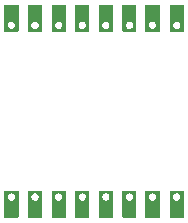
<source format=gtp>
G04 MADE WITH FRITZING*
G04 WWW.FRITZING.ORG*
G04 DOUBLE SIDED*
G04 HOLES PLATED*
G04 CONTOUR ON CENTER OF CONTOUR VECTOR*
%ASAXBY*%
%FSLAX23Y23*%
%MOIN*%
%OFA0B0*%
%SFA1.0B1.0*%
%ADD10R,0.001000X0.001000*%
%LNPASTEMASK1*%
G90*
G70*
G54D10*
X215Y1658D02*
X261Y1658D01*
X293Y1658D02*
X340Y1658D01*
X372Y1658D02*
X418Y1658D01*
X451Y1658D02*
X497Y1658D01*
X530Y1658D02*
X576Y1658D01*
X608Y1658D02*
X654Y1658D01*
X685Y1658D02*
X731Y1658D01*
X766Y1658D02*
X812Y1658D01*
X215Y1657D02*
X261Y1657D01*
X293Y1657D02*
X340Y1657D01*
X372Y1657D02*
X418Y1657D01*
X451Y1657D02*
X497Y1657D01*
X530Y1657D02*
X576Y1657D01*
X608Y1657D02*
X654Y1657D01*
X685Y1657D02*
X731Y1657D01*
X766Y1657D02*
X812Y1657D01*
X215Y1656D02*
X261Y1656D01*
X293Y1656D02*
X340Y1656D01*
X372Y1656D02*
X418Y1656D01*
X451Y1656D02*
X497Y1656D01*
X530Y1656D02*
X576Y1656D01*
X608Y1656D02*
X654Y1656D01*
X685Y1656D02*
X731Y1656D01*
X766Y1656D02*
X812Y1656D01*
X215Y1655D02*
X261Y1655D01*
X293Y1655D02*
X340Y1655D01*
X372Y1655D02*
X418Y1655D01*
X451Y1655D02*
X497Y1655D01*
X530Y1655D02*
X576Y1655D01*
X608Y1655D02*
X654Y1655D01*
X685Y1655D02*
X731Y1655D01*
X766Y1655D02*
X812Y1655D01*
X215Y1654D02*
X261Y1654D01*
X293Y1654D02*
X340Y1654D01*
X372Y1654D02*
X418Y1654D01*
X451Y1654D02*
X497Y1654D01*
X530Y1654D02*
X576Y1654D01*
X608Y1654D02*
X654Y1654D01*
X685Y1654D02*
X731Y1654D01*
X766Y1654D02*
X812Y1654D01*
X215Y1653D02*
X261Y1653D01*
X293Y1653D02*
X340Y1653D01*
X372Y1653D02*
X418Y1653D01*
X451Y1653D02*
X497Y1653D01*
X530Y1653D02*
X576Y1653D01*
X608Y1653D02*
X654Y1653D01*
X685Y1653D02*
X731Y1653D01*
X766Y1653D02*
X812Y1653D01*
X215Y1652D02*
X261Y1652D01*
X293Y1652D02*
X340Y1652D01*
X372Y1652D02*
X418Y1652D01*
X451Y1652D02*
X497Y1652D01*
X530Y1652D02*
X576Y1652D01*
X608Y1652D02*
X654Y1652D01*
X685Y1652D02*
X731Y1652D01*
X766Y1652D02*
X812Y1652D01*
X215Y1651D02*
X261Y1651D01*
X293Y1651D02*
X340Y1651D01*
X372Y1651D02*
X418Y1651D01*
X451Y1651D02*
X497Y1651D01*
X530Y1651D02*
X576Y1651D01*
X608Y1651D02*
X654Y1651D01*
X685Y1651D02*
X731Y1651D01*
X766Y1651D02*
X812Y1651D01*
X215Y1650D02*
X261Y1650D01*
X293Y1650D02*
X340Y1650D01*
X372Y1650D02*
X418Y1650D01*
X451Y1650D02*
X497Y1650D01*
X530Y1650D02*
X576Y1650D01*
X608Y1650D02*
X654Y1650D01*
X685Y1650D02*
X731Y1650D01*
X766Y1650D02*
X812Y1650D01*
X215Y1649D02*
X261Y1649D01*
X293Y1649D02*
X340Y1649D01*
X372Y1649D02*
X418Y1649D01*
X451Y1649D02*
X497Y1649D01*
X530Y1649D02*
X576Y1649D01*
X608Y1649D02*
X654Y1649D01*
X685Y1649D02*
X731Y1649D01*
X766Y1649D02*
X812Y1649D01*
X215Y1648D02*
X261Y1648D01*
X293Y1648D02*
X340Y1648D01*
X372Y1648D02*
X418Y1648D01*
X451Y1648D02*
X497Y1648D01*
X530Y1648D02*
X576Y1648D01*
X608Y1648D02*
X654Y1648D01*
X685Y1648D02*
X731Y1648D01*
X766Y1648D02*
X812Y1648D01*
X215Y1647D02*
X261Y1647D01*
X293Y1647D02*
X340Y1647D01*
X372Y1647D02*
X418Y1647D01*
X451Y1647D02*
X497Y1647D01*
X530Y1647D02*
X576Y1647D01*
X608Y1647D02*
X654Y1647D01*
X685Y1647D02*
X731Y1647D01*
X766Y1647D02*
X812Y1647D01*
X215Y1646D02*
X261Y1646D01*
X293Y1646D02*
X340Y1646D01*
X372Y1646D02*
X418Y1646D01*
X451Y1646D02*
X497Y1646D01*
X530Y1646D02*
X576Y1646D01*
X608Y1646D02*
X654Y1646D01*
X685Y1646D02*
X731Y1646D01*
X766Y1646D02*
X812Y1646D01*
X215Y1645D02*
X261Y1645D01*
X293Y1645D02*
X340Y1645D01*
X372Y1645D02*
X418Y1645D01*
X451Y1645D02*
X497Y1645D01*
X530Y1645D02*
X576Y1645D01*
X608Y1645D02*
X654Y1645D01*
X685Y1645D02*
X731Y1645D01*
X766Y1645D02*
X812Y1645D01*
X215Y1644D02*
X261Y1644D01*
X293Y1644D02*
X340Y1644D01*
X372Y1644D02*
X418Y1644D01*
X451Y1644D02*
X497Y1644D01*
X530Y1644D02*
X576Y1644D01*
X608Y1644D02*
X654Y1644D01*
X685Y1644D02*
X731Y1644D01*
X766Y1644D02*
X812Y1644D01*
X215Y1643D02*
X261Y1643D01*
X293Y1643D02*
X340Y1643D01*
X372Y1643D02*
X418Y1643D01*
X451Y1643D02*
X497Y1643D01*
X530Y1643D02*
X576Y1643D01*
X608Y1643D02*
X654Y1643D01*
X685Y1643D02*
X731Y1643D01*
X766Y1643D02*
X812Y1643D01*
X215Y1642D02*
X261Y1642D01*
X293Y1642D02*
X340Y1642D01*
X372Y1642D02*
X418Y1642D01*
X451Y1642D02*
X497Y1642D01*
X530Y1642D02*
X576Y1642D01*
X608Y1642D02*
X654Y1642D01*
X685Y1642D02*
X731Y1642D01*
X766Y1642D02*
X812Y1642D01*
X215Y1641D02*
X261Y1641D01*
X293Y1641D02*
X340Y1641D01*
X372Y1641D02*
X418Y1641D01*
X451Y1641D02*
X497Y1641D01*
X530Y1641D02*
X576Y1641D01*
X608Y1641D02*
X654Y1641D01*
X685Y1641D02*
X731Y1641D01*
X766Y1641D02*
X812Y1641D01*
X215Y1640D02*
X261Y1640D01*
X293Y1640D02*
X340Y1640D01*
X372Y1640D02*
X418Y1640D01*
X451Y1640D02*
X497Y1640D01*
X530Y1640D02*
X576Y1640D01*
X608Y1640D02*
X654Y1640D01*
X685Y1640D02*
X731Y1640D01*
X766Y1640D02*
X812Y1640D01*
X215Y1639D02*
X261Y1639D01*
X293Y1639D02*
X340Y1639D01*
X372Y1639D02*
X418Y1639D01*
X451Y1639D02*
X497Y1639D01*
X530Y1639D02*
X576Y1639D01*
X608Y1639D02*
X654Y1639D01*
X685Y1639D02*
X731Y1639D01*
X766Y1639D02*
X812Y1639D01*
X215Y1638D02*
X261Y1638D01*
X293Y1638D02*
X340Y1638D01*
X372Y1638D02*
X418Y1638D01*
X451Y1638D02*
X497Y1638D01*
X530Y1638D02*
X576Y1638D01*
X608Y1638D02*
X654Y1638D01*
X685Y1638D02*
X731Y1638D01*
X766Y1638D02*
X812Y1638D01*
X215Y1637D02*
X261Y1637D01*
X293Y1637D02*
X340Y1637D01*
X372Y1637D02*
X418Y1637D01*
X451Y1637D02*
X497Y1637D01*
X530Y1637D02*
X576Y1637D01*
X608Y1637D02*
X654Y1637D01*
X685Y1637D02*
X731Y1637D01*
X766Y1637D02*
X812Y1637D01*
X215Y1636D02*
X261Y1636D01*
X293Y1636D02*
X340Y1636D01*
X372Y1636D02*
X418Y1636D01*
X451Y1636D02*
X497Y1636D01*
X530Y1636D02*
X576Y1636D01*
X608Y1636D02*
X654Y1636D01*
X685Y1636D02*
X731Y1636D01*
X766Y1636D02*
X812Y1636D01*
X215Y1635D02*
X261Y1635D01*
X293Y1635D02*
X340Y1635D01*
X372Y1635D02*
X418Y1635D01*
X451Y1635D02*
X497Y1635D01*
X530Y1635D02*
X576Y1635D01*
X608Y1635D02*
X654Y1635D01*
X685Y1635D02*
X731Y1635D01*
X766Y1635D02*
X812Y1635D01*
X215Y1634D02*
X261Y1634D01*
X293Y1634D02*
X340Y1634D01*
X372Y1634D02*
X418Y1634D01*
X451Y1634D02*
X497Y1634D01*
X530Y1634D02*
X576Y1634D01*
X608Y1634D02*
X654Y1634D01*
X685Y1634D02*
X731Y1634D01*
X766Y1634D02*
X812Y1634D01*
X215Y1633D02*
X261Y1633D01*
X293Y1633D02*
X340Y1633D01*
X372Y1633D02*
X418Y1633D01*
X451Y1633D02*
X497Y1633D01*
X530Y1633D02*
X576Y1633D01*
X608Y1633D02*
X654Y1633D01*
X685Y1633D02*
X731Y1633D01*
X766Y1633D02*
X812Y1633D01*
X215Y1632D02*
X261Y1632D01*
X293Y1632D02*
X340Y1632D01*
X372Y1632D02*
X418Y1632D01*
X451Y1632D02*
X497Y1632D01*
X530Y1632D02*
X576Y1632D01*
X608Y1632D02*
X654Y1632D01*
X685Y1632D02*
X731Y1632D01*
X766Y1632D02*
X812Y1632D01*
X215Y1631D02*
X261Y1631D01*
X293Y1631D02*
X340Y1631D01*
X372Y1631D02*
X418Y1631D01*
X451Y1631D02*
X497Y1631D01*
X530Y1631D02*
X576Y1631D01*
X608Y1631D02*
X654Y1631D01*
X685Y1631D02*
X731Y1631D01*
X766Y1631D02*
X812Y1631D01*
X215Y1630D02*
X261Y1630D01*
X293Y1630D02*
X340Y1630D01*
X372Y1630D02*
X418Y1630D01*
X451Y1630D02*
X497Y1630D01*
X530Y1630D02*
X576Y1630D01*
X608Y1630D02*
X654Y1630D01*
X685Y1630D02*
X731Y1630D01*
X766Y1630D02*
X812Y1630D01*
X215Y1629D02*
X261Y1629D01*
X293Y1629D02*
X340Y1629D01*
X372Y1629D02*
X418Y1629D01*
X451Y1629D02*
X497Y1629D01*
X530Y1629D02*
X576Y1629D01*
X608Y1629D02*
X654Y1629D01*
X685Y1629D02*
X731Y1629D01*
X766Y1629D02*
X812Y1629D01*
X215Y1628D02*
X261Y1628D01*
X293Y1628D02*
X340Y1628D01*
X372Y1628D02*
X418Y1628D01*
X451Y1628D02*
X497Y1628D01*
X530Y1628D02*
X576Y1628D01*
X608Y1628D02*
X654Y1628D01*
X685Y1628D02*
X731Y1628D01*
X766Y1628D02*
X812Y1628D01*
X215Y1627D02*
X261Y1627D01*
X293Y1627D02*
X340Y1627D01*
X372Y1627D02*
X418Y1627D01*
X451Y1627D02*
X497Y1627D01*
X530Y1627D02*
X576Y1627D01*
X608Y1627D02*
X654Y1627D01*
X685Y1627D02*
X731Y1627D01*
X766Y1627D02*
X812Y1627D01*
X215Y1626D02*
X261Y1626D01*
X293Y1626D02*
X340Y1626D01*
X372Y1626D02*
X418Y1626D01*
X451Y1626D02*
X497Y1626D01*
X530Y1626D02*
X576Y1626D01*
X608Y1626D02*
X654Y1626D01*
X685Y1626D02*
X731Y1626D01*
X766Y1626D02*
X812Y1626D01*
X215Y1625D02*
X261Y1625D01*
X293Y1625D02*
X340Y1625D01*
X372Y1625D02*
X418Y1625D01*
X451Y1625D02*
X497Y1625D01*
X530Y1625D02*
X576Y1625D01*
X608Y1625D02*
X654Y1625D01*
X685Y1625D02*
X731Y1625D01*
X766Y1625D02*
X812Y1625D01*
X215Y1624D02*
X261Y1624D01*
X293Y1624D02*
X340Y1624D01*
X372Y1624D02*
X418Y1624D01*
X451Y1624D02*
X497Y1624D01*
X530Y1624D02*
X576Y1624D01*
X608Y1624D02*
X654Y1624D01*
X685Y1624D02*
X731Y1624D01*
X766Y1624D02*
X812Y1624D01*
X215Y1623D02*
X261Y1623D01*
X293Y1623D02*
X340Y1623D01*
X372Y1623D02*
X418Y1623D01*
X451Y1623D02*
X497Y1623D01*
X530Y1623D02*
X576Y1623D01*
X608Y1623D02*
X654Y1623D01*
X685Y1623D02*
X731Y1623D01*
X766Y1623D02*
X812Y1623D01*
X215Y1622D02*
X261Y1622D01*
X293Y1622D02*
X340Y1622D01*
X372Y1622D02*
X418Y1622D01*
X451Y1622D02*
X497Y1622D01*
X530Y1622D02*
X576Y1622D01*
X608Y1622D02*
X654Y1622D01*
X685Y1622D02*
X731Y1622D01*
X766Y1622D02*
X812Y1622D01*
X215Y1621D02*
X261Y1621D01*
X293Y1621D02*
X340Y1621D01*
X372Y1621D02*
X418Y1621D01*
X451Y1621D02*
X497Y1621D01*
X530Y1621D02*
X576Y1621D01*
X608Y1621D02*
X654Y1621D01*
X685Y1621D02*
X731Y1621D01*
X766Y1621D02*
X812Y1621D01*
X215Y1620D02*
X261Y1620D01*
X293Y1620D02*
X340Y1620D01*
X372Y1620D02*
X418Y1620D01*
X451Y1620D02*
X497Y1620D01*
X530Y1620D02*
X576Y1620D01*
X608Y1620D02*
X654Y1620D01*
X685Y1620D02*
X731Y1620D01*
X766Y1620D02*
X812Y1620D01*
X215Y1619D02*
X261Y1619D01*
X293Y1619D02*
X340Y1619D01*
X372Y1619D02*
X418Y1619D01*
X451Y1619D02*
X497Y1619D01*
X530Y1619D02*
X576Y1619D01*
X608Y1619D02*
X654Y1619D01*
X685Y1619D02*
X731Y1619D01*
X766Y1619D02*
X812Y1619D01*
X215Y1618D02*
X261Y1618D01*
X293Y1618D02*
X340Y1618D01*
X372Y1618D02*
X418Y1618D01*
X451Y1618D02*
X497Y1618D01*
X530Y1618D02*
X576Y1618D01*
X608Y1618D02*
X654Y1618D01*
X685Y1618D02*
X731Y1618D01*
X766Y1618D02*
X812Y1618D01*
X215Y1617D02*
X261Y1617D01*
X293Y1617D02*
X340Y1617D01*
X372Y1617D02*
X418Y1617D01*
X451Y1617D02*
X497Y1617D01*
X530Y1617D02*
X576Y1617D01*
X608Y1617D02*
X654Y1617D01*
X685Y1617D02*
X731Y1617D01*
X766Y1617D02*
X812Y1617D01*
X215Y1616D02*
X261Y1616D01*
X293Y1616D02*
X340Y1616D01*
X372Y1616D02*
X418Y1616D01*
X451Y1616D02*
X497Y1616D01*
X530Y1616D02*
X576Y1616D01*
X608Y1616D02*
X654Y1616D01*
X685Y1616D02*
X731Y1616D01*
X766Y1616D02*
X812Y1616D01*
X215Y1615D02*
X261Y1615D01*
X293Y1615D02*
X340Y1615D01*
X372Y1615D02*
X418Y1615D01*
X451Y1615D02*
X497Y1615D01*
X530Y1615D02*
X576Y1615D01*
X608Y1615D02*
X654Y1615D01*
X685Y1615D02*
X731Y1615D01*
X766Y1615D02*
X812Y1615D01*
X215Y1614D02*
X261Y1614D01*
X293Y1614D02*
X340Y1614D01*
X372Y1614D02*
X418Y1614D01*
X451Y1614D02*
X497Y1614D01*
X530Y1614D02*
X576Y1614D01*
X608Y1614D02*
X654Y1614D01*
X685Y1614D02*
X731Y1614D01*
X766Y1614D02*
X812Y1614D01*
X215Y1613D02*
X261Y1613D01*
X293Y1613D02*
X340Y1613D01*
X372Y1613D02*
X418Y1613D01*
X451Y1613D02*
X497Y1613D01*
X530Y1613D02*
X576Y1613D01*
X608Y1613D02*
X654Y1613D01*
X685Y1613D02*
X731Y1613D01*
X766Y1613D02*
X812Y1613D01*
X215Y1612D02*
X261Y1612D01*
X293Y1612D02*
X340Y1612D01*
X372Y1612D02*
X418Y1612D01*
X451Y1612D02*
X497Y1612D01*
X530Y1612D02*
X576Y1612D01*
X608Y1612D02*
X654Y1612D01*
X685Y1612D02*
X731Y1612D01*
X766Y1612D02*
X812Y1612D01*
X215Y1611D02*
X261Y1611D01*
X293Y1611D02*
X340Y1611D01*
X372Y1611D02*
X418Y1611D01*
X451Y1611D02*
X497Y1611D01*
X530Y1611D02*
X576Y1611D01*
X608Y1611D02*
X654Y1611D01*
X685Y1611D02*
X731Y1611D01*
X766Y1611D02*
X812Y1611D01*
X215Y1610D02*
X261Y1610D01*
X293Y1610D02*
X340Y1610D01*
X372Y1610D02*
X418Y1610D01*
X451Y1610D02*
X497Y1610D01*
X530Y1610D02*
X576Y1610D01*
X608Y1610D02*
X654Y1610D01*
X685Y1610D02*
X731Y1610D01*
X766Y1610D02*
X812Y1610D01*
X215Y1609D02*
X261Y1609D01*
X293Y1609D02*
X340Y1609D01*
X372Y1609D02*
X418Y1609D01*
X451Y1609D02*
X497Y1609D01*
X530Y1609D02*
X576Y1609D01*
X608Y1609D02*
X654Y1609D01*
X685Y1609D02*
X731Y1609D01*
X766Y1609D02*
X812Y1609D01*
X215Y1608D02*
X261Y1608D01*
X293Y1608D02*
X340Y1608D01*
X372Y1608D02*
X418Y1608D01*
X451Y1608D02*
X497Y1608D01*
X530Y1608D02*
X576Y1608D01*
X608Y1608D02*
X654Y1608D01*
X685Y1608D02*
X731Y1608D01*
X766Y1608D02*
X812Y1608D01*
X215Y1607D02*
X261Y1607D01*
X293Y1607D02*
X340Y1607D01*
X372Y1607D02*
X418Y1607D01*
X451Y1607D02*
X497Y1607D01*
X530Y1607D02*
X576Y1607D01*
X608Y1607D02*
X654Y1607D01*
X685Y1607D02*
X731Y1607D01*
X766Y1607D02*
X812Y1607D01*
X215Y1606D02*
X261Y1606D01*
X293Y1606D02*
X340Y1606D01*
X372Y1606D02*
X418Y1606D01*
X451Y1606D02*
X497Y1606D01*
X530Y1606D02*
X576Y1606D01*
X608Y1606D02*
X654Y1606D01*
X685Y1606D02*
X731Y1606D01*
X766Y1606D02*
X812Y1606D01*
X215Y1605D02*
X261Y1605D01*
X293Y1605D02*
X340Y1605D01*
X372Y1605D02*
X418Y1605D01*
X451Y1605D02*
X497Y1605D01*
X530Y1605D02*
X576Y1605D01*
X608Y1605D02*
X654Y1605D01*
X685Y1605D02*
X731Y1605D01*
X766Y1605D02*
X812Y1605D01*
X215Y1604D02*
X261Y1604D01*
X293Y1604D02*
X340Y1604D01*
X372Y1604D02*
X418Y1604D01*
X451Y1604D02*
X497Y1604D01*
X530Y1604D02*
X576Y1604D01*
X608Y1604D02*
X654Y1604D01*
X685Y1604D02*
X731Y1604D01*
X766Y1604D02*
X812Y1604D01*
X215Y1603D02*
X261Y1603D01*
X293Y1603D02*
X340Y1603D01*
X372Y1603D02*
X418Y1603D01*
X451Y1603D02*
X497Y1603D01*
X530Y1603D02*
X576Y1603D01*
X608Y1603D02*
X654Y1603D01*
X685Y1603D02*
X731Y1603D01*
X766Y1603D02*
X812Y1603D01*
X215Y1602D02*
X234Y1602D01*
X241Y1602D02*
X261Y1602D01*
X293Y1602D02*
X313Y1602D01*
X320Y1602D02*
X340Y1602D01*
X372Y1602D02*
X392Y1602D01*
X399Y1602D02*
X418Y1602D01*
X451Y1602D02*
X470Y1602D01*
X477Y1602D02*
X497Y1602D01*
X530Y1602D02*
X549Y1602D01*
X556Y1602D02*
X576Y1602D01*
X608Y1602D02*
X628Y1602D01*
X635Y1602D02*
X654Y1602D01*
X685Y1602D02*
X704Y1602D01*
X711Y1602D02*
X731Y1602D01*
X766Y1602D02*
X785Y1602D01*
X792Y1602D02*
X812Y1602D01*
X215Y1601D02*
X232Y1601D01*
X244Y1601D02*
X261Y1601D01*
X293Y1601D02*
X310Y1601D01*
X323Y1601D02*
X340Y1601D01*
X372Y1601D02*
X389Y1601D01*
X401Y1601D02*
X418Y1601D01*
X451Y1601D02*
X468Y1601D01*
X480Y1601D02*
X497Y1601D01*
X530Y1601D02*
X547Y1601D01*
X559Y1601D02*
X576Y1601D01*
X608Y1601D02*
X625Y1601D01*
X637Y1601D02*
X654Y1601D01*
X685Y1601D02*
X702Y1601D01*
X714Y1601D02*
X731Y1601D01*
X766Y1601D02*
X783Y1601D01*
X795Y1601D02*
X812Y1601D01*
X215Y1600D02*
X230Y1600D01*
X245Y1600D02*
X261Y1600D01*
X293Y1600D02*
X309Y1600D01*
X324Y1600D02*
X340Y1600D01*
X372Y1600D02*
X388Y1600D01*
X403Y1600D02*
X418Y1600D01*
X451Y1600D02*
X466Y1600D01*
X482Y1600D02*
X497Y1600D01*
X530Y1600D02*
X545Y1600D01*
X560Y1600D02*
X576Y1600D01*
X608Y1600D02*
X624Y1600D01*
X639Y1600D02*
X654Y1600D01*
X685Y1600D02*
X700Y1600D01*
X716Y1600D02*
X731Y1600D01*
X766Y1600D02*
X781Y1600D01*
X796Y1600D02*
X812Y1600D01*
X215Y1599D02*
X229Y1599D01*
X247Y1599D02*
X261Y1599D01*
X293Y1599D02*
X308Y1599D01*
X325Y1599D02*
X340Y1599D01*
X372Y1599D02*
X386Y1599D01*
X404Y1599D02*
X418Y1599D01*
X451Y1599D02*
X465Y1599D01*
X483Y1599D02*
X497Y1599D01*
X530Y1599D02*
X544Y1599D01*
X562Y1599D02*
X576Y1599D01*
X608Y1599D02*
X622Y1599D01*
X640Y1599D02*
X654Y1599D01*
X685Y1599D02*
X699Y1599D01*
X717Y1599D02*
X731Y1599D01*
X766Y1599D02*
X780Y1599D01*
X798Y1599D02*
X812Y1599D01*
X215Y1598D02*
X228Y1598D01*
X248Y1598D02*
X261Y1598D01*
X293Y1598D02*
X307Y1598D01*
X326Y1598D02*
X340Y1598D01*
X372Y1598D02*
X385Y1598D01*
X405Y1598D02*
X418Y1598D01*
X451Y1598D02*
X464Y1598D01*
X484Y1598D02*
X497Y1598D01*
X530Y1598D02*
X543Y1598D01*
X562Y1598D02*
X576Y1598D01*
X608Y1598D02*
X622Y1598D01*
X641Y1598D02*
X654Y1598D01*
X685Y1598D02*
X698Y1598D01*
X718Y1598D02*
X731Y1598D01*
X766Y1598D02*
X779Y1598D01*
X799Y1598D02*
X812Y1598D01*
X215Y1597D02*
X227Y1597D01*
X248Y1597D02*
X261Y1597D01*
X293Y1597D02*
X306Y1597D01*
X327Y1597D02*
X340Y1597D01*
X372Y1597D02*
X385Y1597D01*
X406Y1597D02*
X418Y1597D01*
X451Y1597D02*
X463Y1597D01*
X484Y1597D02*
X497Y1597D01*
X530Y1597D02*
X542Y1597D01*
X563Y1597D02*
X576Y1597D01*
X608Y1597D02*
X621Y1597D01*
X642Y1597D02*
X654Y1597D01*
X685Y1597D02*
X697Y1597D01*
X718Y1597D02*
X731Y1597D01*
X766Y1597D02*
X778Y1597D01*
X799Y1597D02*
X812Y1597D01*
X215Y1596D02*
X227Y1596D01*
X249Y1596D02*
X261Y1596D01*
X293Y1596D02*
X305Y1596D01*
X328Y1596D02*
X340Y1596D01*
X372Y1596D02*
X384Y1596D01*
X406Y1596D02*
X418Y1596D01*
X451Y1596D02*
X463Y1596D01*
X485Y1596D02*
X497Y1596D01*
X530Y1596D02*
X541Y1596D01*
X564Y1596D02*
X576Y1596D01*
X608Y1596D02*
X620Y1596D01*
X643Y1596D02*
X654Y1596D01*
X685Y1596D02*
X697Y1596D01*
X719Y1596D02*
X731Y1596D01*
X766Y1596D02*
X778Y1596D01*
X800Y1596D02*
X812Y1596D01*
X215Y1595D02*
X226Y1595D01*
X249Y1595D02*
X261Y1595D01*
X293Y1595D02*
X305Y1595D01*
X328Y1595D02*
X340Y1595D01*
X372Y1595D02*
X384Y1595D01*
X407Y1595D02*
X418Y1595D01*
X451Y1595D02*
X462Y1595D01*
X486Y1595D02*
X497Y1595D01*
X530Y1595D02*
X541Y1595D01*
X564Y1595D02*
X576Y1595D01*
X608Y1595D02*
X620Y1595D01*
X643Y1595D02*
X654Y1595D01*
X685Y1595D02*
X696Y1595D01*
X720Y1595D02*
X731Y1595D01*
X766Y1595D02*
X777Y1595D01*
X800Y1595D02*
X812Y1595D01*
X215Y1594D02*
X226Y1594D01*
X250Y1594D02*
X261Y1594D01*
X293Y1594D02*
X304Y1594D01*
X328Y1594D02*
X340Y1594D01*
X372Y1594D02*
X383Y1594D01*
X407Y1594D02*
X418Y1594D01*
X451Y1594D02*
X462Y1594D01*
X486Y1594D02*
X497Y1594D01*
X530Y1594D02*
X541Y1594D01*
X565Y1594D02*
X576Y1594D01*
X608Y1594D02*
X619Y1594D01*
X643Y1594D02*
X654Y1594D01*
X685Y1594D02*
X696Y1594D01*
X720Y1594D02*
X731Y1594D01*
X766Y1594D02*
X777Y1594D01*
X801Y1594D02*
X812Y1594D01*
X215Y1593D02*
X225Y1593D01*
X250Y1593D02*
X261Y1593D01*
X293Y1593D02*
X304Y1593D01*
X329Y1593D02*
X340Y1593D01*
X372Y1593D02*
X383Y1593D01*
X408Y1593D02*
X418Y1593D01*
X451Y1593D02*
X462Y1593D01*
X486Y1593D02*
X497Y1593D01*
X530Y1593D02*
X540Y1593D01*
X565Y1593D02*
X576Y1593D01*
X608Y1593D02*
X619Y1593D01*
X644Y1593D02*
X654Y1593D01*
X685Y1593D02*
X696Y1593D01*
X720Y1593D02*
X731Y1593D01*
X766Y1593D02*
X776Y1593D01*
X801Y1593D02*
X812Y1593D01*
X215Y1592D02*
X225Y1592D01*
X250Y1592D02*
X261Y1592D01*
X293Y1592D02*
X304Y1592D01*
X329Y1592D02*
X340Y1592D01*
X372Y1592D02*
X383Y1592D01*
X408Y1592D02*
X418Y1592D01*
X451Y1592D02*
X461Y1592D01*
X486Y1592D02*
X497Y1592D01*
X530Y1592D02*
X540Y1592D01*
X565Y1592D02*
X576Y1592D01*
X608Y1592D02*
X619Y1592D01*
X644Y1592D02*
X654Y1592D01*
X685Y1592D02*
X695Y1592D01*
X720Y1592D02*
X731Y1592D01*
X766Y1592D02*
X776Y1592D01*
X801Y1592D02*
X812Y1592D01*
X215Y1591D02*
X225Y1591D01*
X250Y1591D02*
X261Y1591D01*
X293Y1591D02*
X304Y1591D01*
X329Y1591D02*
X340Y1591D01*
X372Y1591D02*
X383Y1591D01*
X408Y1591D02*
X418Y1591D01*
X451Y1591D02*
X461Y1591D01*
X486Y1591D02*
X497Y1591D01*
X530Y1591D02*
X540Y1591D01*
X565Y1591D02*
X576Y1591D01*
X608Y1591D02*
X619Y1591D01*
X644Y1591D02*
X654Y1591D01*
X685Y1591D02*
X695Y1591D01*
X720Y1591D02*
X731Y1591D01*
X766Y1591D02*
X776Y1591D01*
X801Y1591D02*
X812Y1591D01*
X215Y1590D02*
X225Y1590D01*
X250Y1590D02*
X261Y1590D01*
X293Y1590D02*
X304Y1590D01*
X329Y1590D02*
X340Y1590D01*
X372Y1590D02*
X383Y1590D01*
X408Y1590D02*
X418Y1590D01*
X451Y1590D02*
X461Y1590D01*
X486Y1590D02*
X497Y1590D01*
X530Y1590D02*
X540Y1590D01*
X565Y1590D02*
X576Y1590D01*
X608Y1590D02*
X619Y1590D01*
X644Y1590D02*
X654Y1590D01*
X685Y1590D02*
X695Y1590D01*
X720Y1590D02*
X731Y1590D01*
X766Y1590D02*
X776Y1590D01*
X801Y1590D02*
X812Y1590D01*
X215Y1589D02*
X225Y1589D01*
X250Y1589D02*
X261Y1589D01*
X293Y1589D02*
X304Y1589D01*
X329Y1589D02*
X340Y1589D01*
X372Y1589D02*
X383Y1589D01*
X408Y1589D02*
X418Y1589D01*
X451Y1589D02*
X461Y1589D01*
X486Y1589D02*
X497Y1589D01*
X530Y1589D02*
X540Y1589D01*
X565Y1589D02*
X576Y1589D01*
X608Y1589D02*
X619Y1589D01*
X644Y1589D02*
X654Y1589D01*
X685Y1589D02*
X695Y1589D01*
X720Y1589D02*
X731Y1589D01*
X766Y1589D02*
X776Y1589D01*
X801Y1589D02*
X812Y1589D01*
X215Y1588D02*
X225Y1588D01*
X250Y1588D02*
X261Y1588D01*
X293Y1588D02*
X304Y1588D01*
X329Y1588D02*
X340Y1588D01*
X372Y1588D02*
X383Y1588D01*
X408Y1588D02*
X418Y1588D01*
X451Y1588D02*
X461Y1588D01*
X486Y1588D02*
X497Y1588D01*
X530Y1588D02*
X540Y1588D01*
X565Y1588D02*
X576Y1588D01*
X608Y1588D02*
X619Y1588D01*
X644Y1588D02*
X654Y1588D01*
X685Y1588D02*
X695Y1588D01*
X720Y1588D02*
X731Y1588D01*
X766Y1588D02*
X776Y1588D01*
X801Y1588D02*
X812Y1588D01*
X215Y1587D02*
X226Y1587D01*
X250Y1587D02*
X261Y1587D01*
X293Y1587D02*
X304Y1587D01*
X329Y1587D02*
X340Y1587D01*
X372Y1587D02*
X383Y1587D01*
X407Y1587D02*
X418Y1587D01*
X451Y1587D02*
X462Y1587D01*
X486Y1587D02*
X497Y1587D01*
X530Y1587D02*
X540Y1587D01*
X565Y1587D02*
X576Y1587D01*
X608Y1587D02*
X619Y1587D01*
X644Y1587D02*
X654Y1587D01*
X685Y1587D02*
X696Y1587D01*
X720Y1587D02*
X731Y1587D01*
X766Y1587D02*
X777Y1587D01*
X801Y1587D02*
X812Y1587D01*
X215Y1586D02*
X226Y1586D01*
X250Y1586D02*
X261Y1586D01*
X293Y1586D02*
X305Y1586D01*
X328Y1586D02*
X340Y1586D01*
X372Y1586D02*
X383Y1586D01*
X407Y1586D02*
X418Y1586D01*
X451Y1586D02*
X462Y1586D01*
X486Y1586D02*
X497Y1586D01*
X530Y1586D02*
X541Y1586D01*
X564Y1586D02*
X576Y1586D01*
X608Y1586D02*
X620Y1586D01*
X643Y1586D02*
X654Y1586D01*
X685Y1586D02*
X696Y1586D01*
X720Y1586D02*
X731Y1586D01*
X766Y1586D02*
X777Y1586D01*
X801Y1586D02*
X812Y1586D01*
X215Y1585D02*
X226Y1585D01*
X249Y1585D02*
X261Y1585D01*
X293Y1585D02*
X305Y1585D01*
X328Y1585D02*
X340Y1585D01*
X372Y1585D02*
X384Y1585D01*
X407Y1585D02*
X418Y1585D01*
X451Y1585D02*
X462Y1585D01*
X485Y1585D02*
X497Y1585D01*
X530Y1585D02*
X541Y1585D01*
X564Y1585D02*
X576Y1585D01*
X608Y1585D02*
X620Y1585D01*
X643Y1585D02*
X654Y1585D01*
X685Y1585D02*
X696Y1585D01*
X719Y1585D02*
X731Y1585D01*
X766Y1585D02*
X777Y1585D01*
X800Y1585D02*
X812Y1585D01*
X215Y1584D02*
X227Y1584D01*
X249Y1584D02*
X261Y1584D01*
X293Y1584D02*
X306Y1584D01*
X327Y1584D02*
X340Y1584D01*
X372Y1584D02*
X384Y1584D01*
X406Y1584D02*
X418Y1584D01*
X451Y1584D02*
X463Y1584D01*
X485Y1584D02*
X497Y1584D01*
X530Y1584D02*
X542Y1584D01*
X563Y1584D02*
X576Y1584D01*
X608Y1584D02*
X621Y1584D01*
X642Y1584D02*
X654Y1584D01*
X685Y1584D02*
X697Y1584D01*
X719Y1584D02*
X731Y1584D01*
X766Y1584D02*
X778Y1584D01*
X800Y1584D02*
X812Y1584D01*
X215Y1583D02*
X228Y1583D01*
X248Y1583D02*
X261Y1583D01*
X293Y1583D02*
X306Y1583D01*
X327Y1583D02*
X340Y1583D01*
X372Y1583D02*
X385Y1583D01*
X405Y1583D02*
X418Y1583D01*
X451Y1583D02*
X464Y1583D01*
X484Y1583D02*
X497Y1583D01*
X530Y1583D02*
X542Y1583D01*
X563Y1583D02*
X576Y1583D01*
X608Y1583D02*
X621Y1583D01*
X642Y1583D02*
X654Y1583D01*
X685Y1583D02*
X698Y1583D01*
X718Y1583D02*
X731Y1583D01*
X766Y1583D02*
X779Y1583D01*
X799Y1583D02*
X812Y1583D01*
X215Y1582D02*
X228Y1582D01*
X247Y1582D02*
X261Y1582D01*
X293Y1582D02*
X307Y1582D01*
X326Y1582D02*
X340Y1582D01*
X372Y1582D02*
X386Y1582D01*
X405Y1582D02*
X418Y1582D01*
X451Y1582D02*
X465Y1582D01*
X483Y1582D02*
X497Y1582D01*
X530Y1582D02*
X543Y1582D01*
X562Y1582D02*
X576Y1582D01*
X608Y1582D02*
X622Y1582D01*
X641Y1582D02*
X654Y1582D01*
X685Y1582D02*
X699Y1582D01*
X717Y1582D02*
X731Y1582D01*
X766Y1582D02*
X779Y1582D01*
X798Y1582D02*
X812Y1582D01*
X215Y1581D02*
X229Y1581D01*
X246Y1581D02*
X261Y1581D01*
X293Y1581D02*
X308Y1581D01*
X325Y1581D02*
X340Y1581D01*
X372Y1581D02*
X387Y1581D01*
X404Y1581D02*
X418Y1581D01*
X451Y1581D02*
X466Y1581D01*
X482Y1581D02*
X497Y1581D01*
X530Y1581D02*
X544Y1581D01*
X561Y1581D02*
X576Y1581D01*
X608Y1581D02*
X623Y1581D01*
X640Y1581D02*
X654Y1581D01*
X685Y1581D02*
X700Y1581D01*
X716Y1581D02*
X731Y1581D01*
X766Y1581D02*
X781Y1581D01*
X797Y1581D02*
X812Y1581D01*
X215Y1580D02*
X231Y1580D01*
X245Y1580D02*
X261Y1580D01*
X293Y1580D02*
X310Y1580D01*
X323Y1580D02*
X340Y1580D01*
X372Y1580D02*
X388Y1580D01*
X402Y1580D02*
X418Y1580D01*
X451Y1580D02*
X467Y1580D01*
X481Y1580D02*
X497Y1580D01*
X530Y1580D02*
X546Y1580D01*
X560Y1580D02*
X576Y1580D01*
X608Y1580D02*
X624Y1580D01*
X638Y1580D02*
X654Y1580D01*
X685Y1580D02*
X701Y1580D01*
X715Y1580D02*
X731Y1580D01*
X766Y1580D02*
X782Y1580D01*
X796Y1580D02*
X812Y1580D01*
X215Y1579D02*
X233Y1579D01*
X243Y1579D02*
X261Y1579D01*
X293Y1579D02*
X311Y1579D01*
X321Y1579D02*
X340Y1579D01*
X372Y1579D02*
X390Y1579D01*
X400Y1579D02*
X418Y1579D01*
X451Y1579D02*
X469Y1579D01*
X479Y1579D02*
X497Y1579D01*
X530Y1579D02*
X548Y1579D01*
X558Y1579D02*
X576Y1579D01*
X608Y1579D02*
X626Y1579D01*
X636Y1579D02*
X654Y1579D01*
X685Y1579D02*
X703Y1579D01*
X713Y1579D02*
X731Y1579D01*
X766Y1579D02*
X784Y1579D01*
X794Y1579D02*
X812Y1579D01*
X215Y1578D02*
X261Y1578D01*
X293Y1578D02*
X340Y1578D01*
X372Y1578D02*
X418Y1578D01*
X451Y1578D02*
X497Y1578D01*
X530Y1578D02*
X576Y1578D01*
X608Y1578D02*
X654Y1578D01*
X685Y1578D02*
X731Y1578D01*
X766Y1578D02*
X812Y1578D01*
X215Y1577D02*
X261Y1577D01*
X293Y1577D02*
X340Y1577D01*
X372Y1577D02*
X418Y1577D01*
X451Y1577D02*
X497Y1577D01*
X530Y1577D02*
X576Y1577D01*
X608Y1577D02*
X654Y1577D01*
X685Y1577D02*
X731Y1577D01*
X766Y1577D02*
X812Y1577D01*
X215Y1576D02*
X261Y1576D01*
X293Y1576D02*
X340Y1576D01*
X372Y1576D02*
X418Y1576D01*
X451Y1576D02*
X497Y1576D01*
X530Y1576D02*
X576Y1576D01*
X608Y1576D02*
X654Y1576D01*
X685Y1576D02*
X731Y1576D01*
X766Y1576D02*
X812Y1576D01*
X215Y1575D02*
X261Y1575D01*
X293Y1575D02*
X340Y1575D01*
X372Y1575D02*
X418Y1575D01*
X451Y1575D02*
X497Y1575D01*
X530Y1575D02*
X576Y1575D01*
X608Y1575D02*
X654Y1575D01*
X685Y1575D02*
X731Y1575D01*
X766Y1575D02*
X812Y1575D01*
X215Y1574D02*
X261Y1574D01*
X293Y1574D02*
X340Y1574D01*
X372Y1574D02*
X418Y1574D01*
X451Y1574D02*
X497Y1574D01*
X530Y1574D02*
X576Y1574D01*
X608Y1574D02*
X654Y1574D01*
X685Y1574D02*
X731Y1574D01*
X766Y1574D02*
X812Y1574D01*
X215Y1573D02*
X261Y1573D01*
X293Y1573D02*
X340Y1573D01*
X372Y1573D02*
X418Y1573D01*
X451Y1573D02*
X497Y1573D01*
X530Y1573D02*
X576Y1573D01*
X608Y1573D02*
X654Y1573D01*
X685Y1573D02*
X731Y1573D01*
X766Y1573D02*
X812Y1573D01*
X215Y1572D02*
X261Y1572D01*
X293Y1572D02*
X340Y1572D01*
X372Y1572D02*
X418Y1572D01*
X451Y1572D02*
X497Y1572D01*
X530Y1572D02*
X576Y1572D01*
X608Y1572D02*
X654Y1572D01*
X685Y1572D02*
X731Y1572D01*
X766Y1572D02*
X812Y1572D01*
X215Y1571D02*
X261Y1571D01*
X293Y1571D02*
X340Y1571D01*
X372Y1571D02*
X418Y1571D01*
X451Y1571D02*
X497Y1571D01*
X530Y1571D02*
X576Y1571D01*
X608Y1571D02*
X654Y1571D01*
X685Y1571D02*
X731Y1571D01*
X766Y1571D02*
X812Y1571D01*
X215Y1570D02*
X260Y1570D01*
X294Y1570D02*
X339Y1570D01*
X373Y1570D02*
X418Y1570D01*
X451Y1570D02*
X497Y1570D01*
X530Y1570D02*
X575Y1570D01*
X609Y1570D02*
X654Y1570D01*
X685Y1570D02*
X731Y1570D01*
X766Y1570D02*
X811Y1570D01*
X215Y1038D02*
X261Y1038D01*
X293Y1038D02*
X340Y1038D01*
X372Y1038D02*
X418Y1038D01*
X451Y1038D02*
X497Y1038D01*
X530Y1038D02*
X576Y1038D01*
X608Y1038D02*
X654Y1038D01*
X685Y1038D02*
X731Y1038D01*
X766Y1038D02*
X812Y1038D01*
X215Y1037D02*
X261Y1037D01*
X293Y1037D02*
X340Y1037D01*
X372Y1037D02*
X418Y1037D01*
X451Y1037D02*
X497Y1037D01*
X530Y1037D02*
X576Y1037D01*
X608Y1037D02*
X654Y1037D01*
X685Y1037D02*
X731Y1037D01*
X766Y1037D02*
X812Y1037D01*
X215Y1036D02*
X261Y1036D01*
X293Y1036D02*
X340Y1036D01*
X372Y1036D02*
X418Y1036D01*
X451Y1036D02*
X497Y1036D01*
X530Y1036D02*
X576Y1036D01*
X608Y1036D02*
X654Y1036D01*
X685Y1036D02*
X731Y1036D01*
X766Y1036D02*
X812Y1036D01*
X215Y1035D02*
X261Y1035D01*
X293Y1035D02*
X340Y1035D01*
X372Y1035D02*
X418Y1035D01*
X451Y1035D02*
X497Y1035D01*
X530Y1035D02*
X576Y1035D01*
X608Y1035D02*
X654Y1035D01*
X685Y1035D02*
X731Y1035D01*
X766Y1035D02*
X812Y1035D01*
X215Y1034D02*
X261Y1034D01*
X293Y1034D02*
X340Y1034D01*
X372Y1034D02*
X418Y1034D01*
X451Y1034D02*
X497Y1034D01*
X530Y1034D02*
X576Y1034D01*
X608Y1034D02*
X654Y1034D01*
X685Y1034D02*
X731Y1034D01*
X766Y1034D02*
X812Y1034D01*
X215Y1033D02*
X261Y1033D01*
X293Y1033D02*
X340Y1033D01*
X372Y1033D02*
X418Y1033D01*
X451Y1033D02*
X497Y1033D01*
X530Y1033D02*
X576Y1033D01*
X608Y1033D02*
X654Y1033D01*
X685Y1033D02*
X731Y1033D01*
X766Y1033D02*
X812Y1033D01*
X215Y1032D02*
X261Y1032D01*
X293Y1032D02*
X340Y1032D01*
X372Y1032D02*
X418Y1032D01*
X451Y1032D02*
X497Y1032D01*
X530Y1032D02*
X576Y1032D01*
X608Y1032D02*
X654Y1032D01*
X685Y1032D02*
X731Y1032D01*
X766Y1032D02*
X812Y1032D01*
X215Y1031D02*
X261Y1031D01*
X293Y1031D02*
X340Y1031D01*
X372Y1031D02*
X418Y1031D01*
X451Y1031D02*
X497Y1031D01*
X530Y1031D02*
X576Y1031D01*
X608Y1031D02*
X654Y1031D01*
X685Y1031D02*
X731Y1031D01*
X766Y1031D02*
X812Y1031D01*
X215Y1030D02*
X235Y1030D01*
X241Y1030D02*
X261Y1030D01*
X293Y1030D02*
X314Y1030D01*
X319Y1030D02*
X340Y1030D01*
X372Y1030D02*
X392Y1030D01*
X398Y1030D02*
X418Y1030D01*
X451Y1030D02*
X471Y1030D01*
X477Y1030D02*
X497Y1030D01*
X530Y1030D02*
X550Y1030D01*
X556Y1030D02*
X576Y1030D01*
X608Y1030D02*
X628Y1030D01*
X634Y1030D02*
X654Y1030D01*
X685Y1030D02*
X705Y1030D01*
X711Y1030D02*
X731Y1030D01*
X766Y1030D02*
X786Y1030D01*
X792Y1030D02*
X812Y1030D01*
X215Y1029D02*
X232Y1029D01*
X244Y1029D02*
X261Y1029D01*
X293Y1029D02*
X311Y1029D01*
X322Y1029D02*
X340Y1029D01*
X372Y1029D02*
X389Y1029D01*
X401Y1029D02*
X418Y1029D01*
X451Y1029D02*
X468Y1029D01*
X480Y1029D02*
X497Y1029D01*
X530Y1029D02*
X547Y1029D01*
X559Y1029D02*
X576Y1029D01*
X608Y1029D02*
X626Y1029D01*
X637Y1029D02*
X654Y1029D01*
X685Y1029D02*
X702Y1029D01*
X714Y1029D02*
X731Y1029D01*
X766Y1029D02*
X783Y1029D01*
X795Y1029D02*
X812Y1029D01*
X215Y1028D02*
X230Y1028D01*
X245Y1028D02*
X261Y1028D01*
X293Y1028D02*
X309Y1028D01*
X324Y1028D02*
X340Y1028D01*
X372Y1028D02*
X388Y1028D01*
X403Y1028D02*
X418Y1028D01*
X451Y1028D02*
X466Y1028D01*
X482Y1028D02*
X497Y1028D01*
X530Y1028D02*
X545Y1028D01*
X560Y1028D02*
X576Y1028D01*
X608Y1028D02*
X624Y1028D01*
X639Y1028D02*
X654Y1028D01*
X685Y1028D02*
X700Y1028D01*
X715Y1028D02*
X731Y1028D01*
X766Y1028D02*
X781Y1028D01*
X796Y1028D02*
X812Y1028D01*
X215Y1027D02*
X229Y1027D01*
X246Y1027D02*
X261Y1027D01*
X293Y1027D02*
X308Y1027D01*
X325Y1027D02*
X340Y1027D01*
X372Y1027D02*
X387Y1027D01*
X404Y1027D02*
X418Y1027D01*
X451Y1027D02*
X465Y1027D01*
X483Y1027D02*
X497Y1027D01*
X530Y1027D02*
X544Y1027D01*
X562Y1027D02*
X576Y1027D01*
X608Y1027D02*
X623Y1027D01*
X640Y1027D02*
X654Y1027D01*
X685Y1027D02*
X699Y1027D01*
X717Y1027D02*
X731Y1027D01*
X766Y1027D02*
X780Y1027D01*
X798Y1027D02*
X812Y1027D01*
X215Y1026D02*
X228Y1026D01*
X247Y1026D02*
X261Y1026D01*
X293Y1026D02*
X307Y1026D01*
X326Y1026D02*
X340Y1026D01*
X372Y1026D02*
X386Y1026D01*
X405Y1026D02*
X418Y1026D01*
X451Y1026D02*
X464Y1026D01*
X484Y1026D02*
X497Y1026D01*
X530Y1026D02*
X543Y1026D01*
X562Y1026D02*
X576Y1026D01*
X608Y1026D02*
X622Y1026D01*
X641Y1026D02*
X654Y1026D01*
X685Y1026D02*
X698Y1026D01*
X718Y1026D02*
X731Y1026D01*
X766Y1026D02*
X779Y1026D01*
X799Y1026D02*
X812Y1026D01*
X215Y1025D02*
X227Y1025D01*
X248Y1025D02*
X261Y1025D01*
X293Y1025D02*
X306Y1025D01*
X327Y1025D02*
X340Y1025D01*
X372Y1025D02*
X385Y1025D01*
X406Y1025D02*
X418Y1025D01*
X451Y1025D02*
X463Y1025D01*
X484Y1025D02*
X497Y1025D01*
X530Y1025D02*
X542Y1025D01*
X563Y1025D02*
X576Y1025D01*
X608Y1025D02*
X621Y1025D01*
X642Y1025D02*
X654Y1025D01*
X685Y1025D02*
X697Y1025D01*
X718Y1025D02*
X731Y1025D01*
X766Y1025D02*
X778Y1025D01*
X799Y1025D02*
X812Y1025D01*
X215Y1024D02*
X227Y1024D01*
X249Y1024D02*
X261Y1024D01*
X293Y1024D02*
X305Y1024D01*
X328Y1024D02*
X340Y1024D01*
X372Y1024D02*
X384Y1024D01*
X406Y1024D02*
X418Y1024D01*
X451Y1024D02*
X463Y1024D01*
X485Y1024D02*
X497Y1024D01*
X530Y1024D02*
X542Y1024D01*
X564Y1024D02*
X576Y1024D01*
X608Y1024D02*
X620Y1024D01*
X642Y1024D02*
X654Y1024D01*
X685Y1024D02*
X697Y1024D01*
X719Y1024D02*
X731Y1024D01*
X766Y1024D02*
X778Y1024D01*
X800Y1024D02*
X812Y1024D01*
X215Y1023D02*
X226Y1023D01*
X249Y1023D02*
X261Y1023D01*
X293Y1023D02*
X305Y1023D01*
X328Y1023D02*
X340Y1023D01*
X372Y1023D02*
X384Y1023D01*
X407Y1023D02*
X418Y1023D01*
X451Y1023D02*
X462Y1023D01*
X486Y1023D02*
X497Y1023D01*
X530Y1023D02*
X541Y1023D01*
X564Y1023D02*
X576Y1023D01*
X608Y1023D02*
X620Y1023D01*
X643Y1023D02*
X654Y1023D01*
X685Y1023D02*
X696Y1023D01*
X719Y1023D02*
X731Y1023D01*
X766Y1023D02*
X777Y1023D01*
X801Y1023D02*
X812Y1023D01*
X215Y1022D02*
X226Y1022D01*
X250Y1022D02*
X261Y1022D01*
X293Y1022D02*
X305Y1022D01*
X329Y1022D02*
X340Y1022D01*
X372Y1022D02*
X383Y1022D01*
X407Y1022D02*
X418Y1022D01*
X451Y1022D02*
X462Y1022D01*
X486Y1022D02*
X497Y1022D01*
X530Y1022D02*
X541Y1022D01*
X565Y1022D02*
X576Y1022D01*
X608Y1022D02*
X619Y1022D01*
X643Y1022D02*
X654Y1022D01*
X685Y1022D02*
X696Y1022D01*
X720Y1022D02*
X731Y1022D01*
X766Y1022D02*
X777Y1022D01*
X801Y1022D02*
X812Y1022D01*
X215Y1021D02*
X225Y1021D01*
X250Y1021D02*
X261Y1021D01*
X293Y1021D02*
X304Y1021D01*
X329Y1021D02*
X340Y1021D01*
X372Y1021D02*
X383Y1021D01*
X408Y1021D02*
X418Y1021D01*
X451Y1021D02*
X462Y1021D01*
X486Y1021D02*
X497Y1021D01*
X530Y1021D02*
X540Y1021D01*
X565Y1021D02*
X576Y1021D01*
X608Y1021D02*
X619Y1021D01*
X644Y1021D02*
X654Y1021D01*
X685Y1021D02*
X696Y1021D01*
X720Y1021D02*
X731Y1021D01*
X766Y1021D02*
X777Y1021D01*
X801Y1021D02*
X812Y1021D01*
X215Y1020D02*
X225Y1020D01*
X250Y1020D02*
X261Y1020D01*
X293Y1020D02*
X304Y1020D01*
X329Y1020D02*
X340Y1020D01*
X372Y1020D02*
X383Y1020D01*
X408Y1020D02*
X418Y1020D01*
X451Y1020D02*
X461Y1020D01*
X486Y1020D02*
X497Y1020D01*
X530Y1020D02*
X540Y1020D01*
X565Y1020D02*
X576Y1020D01*
X608Y1020D02*
X619Y1020D01*
X644Y1020D02*
X654Y1020D01*
X685Y1020D02*
X695Y1020D01*
X720Y1020D02*
X731Y1020D01*
X766Y1020D02*
X776Y1020D01*
X801Y1020D02*
X812Y1020D01*
X215Y1019D02*
X225Y1019D01*
X250Y1019D02*
X261Y1019D01*
X293Y1019D02*
X304Y1019D01*
X329Y1019D02*
X340Y1019D01*
X372Y1019D02*
X383Y1019D01*
X408Y1019D02*
X418Y1019D01*
X451Y1019D02*
X461Y1019D01*
X487Y1019D02*
X497Y1019D01*
X530Y1019D02*
X540Y1019D01*
X565Y1019D02*
X576Y1019D01*
X608Y1019D02*
X619Y1019D01*
X644Y1019D02*
X654Y1019D01*
X685Y1019D02*
X695Y1019D01*
X720Y1019D02*
X731Y1019D01*
X766Y1019D02*
X776Y1019D01*
X801Y1019D02*
X812Y1019D01*
X215Y1018D02*
X225Y1018D01*
X250Y1018D02*
X261Y1018D01*
X293Y1018D02*
X304Y1018D01*
X329Y1018D02*
X340Y1018D01*
X372Y1018D02*
X383Y1018D01*
X408Y1018D02*
X418Y1018D01*
X451Y1018D02*
X461Y1018D01*
X487Y1018D02*
X497Y1018D01*
X530Y1018D02*
X540Y1018D01*
X565Y1018D02*
X576Y1018D01*
X608Y1018D02*
X619Y1018D01*
X644Y1018D02*
X654Y1018D01*
X685Y1018D02*
X695Y1018D01*
X720Y1018D02*
X731Y1018D01*
X766Y1018D02*
X776Y1018D01*
X802Y1018D02*
X812Y1018D01*
X215Y1017D02*
X225Y1017D01*
X250Y1017D02*
X261Y1017D01*
X293Y1017D02*
X304Y1017D01*
X329Y1017D02*
X340Y1017D01*
X372Y1017D02*
X383Y1017D01*
X408Y1017D02*
X418Y1017D01*
X451Y1017D02*
X461Y1017D01*
X487Y1017D02*
X497Y1017D01*
X530Y1017D02*
X540Y1017D01*
X565Y1017D02*
X576Y1017D01*
X608Y1017D02*
X619Y1017D01*
X644Y1017D02*
X654Y1017D01*
X685Y1017D02*
X695Y1017D01*
X720Y1017D02*
X731Y1017D01*
X766Y1017D02*
X776Y1017D01*
X801Y1017D02*
X812Y1017D01*
X215Y1016D02*
X225Y1016D01*
X250Y1016D02*
X261Y1016D01*
X293Y1016D02*
X304Y1016D01*
X329Y1016D02*
X340Y1016D01*
X372Y1016D02*
X383Y1016D01*
X408Y1016D02*
X418Y1016D01*
X451Y1016D02*
X462Y1016D01*
X486Y1016D02*
X497Y1016D01*
X530Y1016D02*
X540Y1016D01*
X565Y1016D02*
X576Y1016D01*
X608Y1016D02*
X619Y1016D01*
X644Y1016D02*
X654Y1016D01*
X685Y1016D02*
X695Y1016D01*
X720Y1016D02*
X731Y1016D01*
X766Y1016D02*
X776Y1016D01*
X801Y1016D02*
X812Y1016D01*
X215Y1015D02*
X226Y1015D01*
X250Y1015D02*
X261Y1015D01*
X293Y1015D02*
X304Y1015D01*
X329Y1015D02*
X340Y1015D01*
X372Y1015D02*
X383Y1015D01*
X407Y1015D02*
X418Y1015D01*
X451Y1015D02*
X462Y1015D01*
X486Y1015D02*
X497Y1015D01*
X530Y1015D02*
X541Y1015D01*
X565Y1015D02*
X576Y1015D01*
X608Y1015D02*
X619Y1015D01*
X644Y1015D02*
X654Y1015D01*
X685Y1015D02*
X696Y1015D01*
X720Y1015D02*
X731Y1015D01*
X766Y1015D02*
X777Y1015D01*
X801Y1015D02*
X812Y1015D01*
X215Y1014D02*
X226Y1014D01*
X250Y1014D02*
X261Y1014D01*
X293Y1014D02*
X305Y1014D01*
X328Y1014D02*
X340Y1014D01*
X372Y1014D02*
X383Y1014D01*
X407Y1014D02*
X418Y1014D01*
X451Y1014D02*
X462Y1014D01*
X486Y1014D02*
X497Y1014D01*
X530Y1014D02*
X541Y1014D01*
X565Y1014D02*
X576Y1014D01*
X608Y1014D02*
X619Y1014D01*
X643Y1014D02*
X654Y1014D01*
X685Y1014D02*
X696Y1014D01*
X720Y1014D02*
X731Y1014D01*
X766Y1014D02*
X777Y1014D01*
X801Y1014D02*
X812Y1014D01*
X215Y1013D02*
X226Y1013D01*
X249Y1013D02*
X261Y1013D01*
X293Y1013D02*
X305Y1013D01*
X328Y1013D02*
X340Y1013D01*
X372Y1013D02*
X384Y1013D01*
X407Y1013D02*
X418Y1013D01*
X451Y1013D02*
X463Y1013D01*
X485Y1013D02*
X497Y1013D01*
X530Y1013D02*
X541Y1013D01*
X564Y1013D02*
X576Y1013D01*
X608Y1013D02*
X620Y1013D01*
X643Y1013D02*
X654Y1013D01*
X685Y1013D02*
X696Y1013D01*
X719Y1013D02*
X731Y1013D01*
X766Y1013D02*
X777Y1013D01*
X800Y1013D02*
X812Y1013D01*
X215Y1012D02*
X227Y1012D01*
X249Y1012D02*
X261Y1012D01*
X293Y1012D02*
X306Y1012D01*
X327Y1012D02*
X340Y1012D01*
X372Y1012D02*
X384Y1012D01*
X406Y1012D02*
X418Y1012D01*
X451Y1012D02*
X463Y1012D01*
X485Y1012D02*
X497Y1012D01*
X530Y1012D02*
X542Y1012D01*
X564Y1012D02*
X576Y1012D01*
X608Y1012D02*
X620Y1012D01*
X642Y1012D02*
X654Y1012D01*
X685Y1012D02*
X697Y1012D01*
X719Y1012D02*
X731Y1012D01*
X766Y1012D02*
X778Y1012D01*
X800Y1012D02*
X812Y1012D01*
X215Y1011D02*
X227Y1011D01*
X248Y1011D02*
X261Y1011D01*
X293Y1011D02*
X306Y1011D01*
X327Y1011D02*
X340Y1011D01*
X372Y1011D02*
X385Y1011D01*
X406Y1011D02*
X418Y1011D01*
X451Y1011D02*
X464Y1011D01*
X484Y1011D02*
X497Y1011D01*
X530Y1011D02*
X542Y1011D01*
X563Y1011D02*
X576Y1011D01*
X608Y1011D02*
X621Y1011D01*
X642Y1011D02*
X654Y1011D01*
X685Y1011D02*
X698Y1011D01*
X718Y1011D02*
X731Y1011D01*
X766Y1011D02*
X779Y1011D01*
X799Y1011D02*
X812Y1011D01*
X215Y1010D02*
X228Y1010D01*
X247Y1010D02*
X261Y1010D01*
X293Y1010D02*
X307Y1010D01*
X326Y1010D02*
X340Y1010D01*
X372Y1010D02*
X386Y1010D01*
X405Y1010D02*
X418Y1010D01*
X451Y1010D02*
X465Y1010D01*
X483Y1010D02*
X497Y1010D01*
X530Y1010D02*
X543Y1010D01*
X562Y1010D02*
X576Y1010D01*
X608Y1010D02*
X622Y1010D01*
X641Y1010D02*
X654Y1010D01*
X685Y1010D02*
X698Y1010D01*
X717Y1010D02*
X731Y1010D01*
X766Y1010D02*
X779Y1010D01*
X798Y1010D02*
X812Y1010D01*
X215Y1009D02*
X229Y1009D01*
X246Y1009D02*
X261Y1009D01*
X293Y1009D02*
X308Y1009D01*
X325Y1009D02*
X340Y1009D01*
X372Y1009D02*
X387Y1009D01*
X404Y1009D02*
X418Y1009D01*
X451Y1009D02*
X466Y1009D01*
X482Y1009D02*
X497Y1009D01*
X530Y1009D02*
X544Y1009D01*
X561Y1009D02*
X576Y1009D01*
X608Y1009D02*
X623Y1009D01*
X640Y1009D02*
X654Y1009D01*
X685Y1009D02*
X699Y1009D01*
X716Y1009D02*
X731Y1009D01*
X766Y1009D02*
X781Y1009D01*
X797Y1009D02*
X812Y1009D01*
X215Y1008D02*
X231Y1008D01*
X245Y1008D02*
X261Y1008D01*
X293Y1008D02*
X309Y1008D01*
X324Y1008D02*
X340Y1008D01*
X372Y1008D02*
X388Y1008D01*
X402Y1008D02*
X418Y1008D01*
X451Y1008D02*
X467Y1008D01*
X481Y1008D02*
X497Y1008D01*
X530Y1008D02*
X546Y1008D01*
X560Y1008D02*
X576Y1008D01*
X608Y1008D02*
X624Y1008D01*
X639Y1008D02*
X654Y1008D01*
X685Y1008D02*
X701Y1008D01*
X715Y1008D02*
X731Y1008D01*
X766Y1008D02*
X782Y1008D01*
X796Y1008D02*
X812Y1008D01*
X215Y1007D02*
X232Y1007D01*
X243Y1007D02*
X261Y1007D01*
X293Y1007D02*
X311Y1007D01*
X322Y1007D02*
X340Y1007D01*
X372Y1007D02*
X390Y1007D01*
X400Y1007D02*
X418Y1007D01*
X451Y1007D02*
X469Y1007D01*
X479Y1007D02*
X497Y1007D01*
X530Y1007D02*
X548Y1007D01*
X558Y1007D02*
X576Y1007D01*
X608Y1007D02*
X626Y1007D01*
X637Y1007D02*
X654Y1007D01*
X685Y1007D02*
X703Y1007D01*
X713Y1007D02*
X731Y1007D01*
X766Y1007D02*
X784Y1007D01*
X794Y1007D02*
X812Y1007D01*
X215Y1006D02*
X261Y1006D01*
X293Y1006D02*
X340Y1006D01*
X372Y1006D02*
X418Y1006D01*
X451Y1006D02*
X497Y1006D01*
X530Y1006D02*
X576Y1006D01*
X608Y1006D02*
X654Y1006D01*
X685Y1006D02*
X731Y1006D01*
X766Y1006D02*
X812Y1006D01*
X215Y1005D02*
X261Y1005D01*
X293Y1005D02*
X340Y1005D01*
X372Y1005D02*
X418Y1005D01*
X451Y1005D02*
X497Y1005D01*
X530Y1005D02*
X576Y1005D01*
X608Y1005D02*
X654Y1005D01*
X685Y1005D02*
X731Y1005D01*
X766Y1005D02*
X812Y1005D01*
X215Y1004D02*
X261Y1004D01*
X293Y1004D02*
X340Y1004D01*
X372Y1004D02*
X418Y1004D01*
X451Y1004D02*
X497Y1004D01*
X530Y1004D02*
X576Y1004D01*
X608Y1004D02*
X654Y1004D01*
X685Y1004D02*
X731Y1004D01*
X766Y1004D02*
X812Y1004D01*
X215Y1003D02*
X261Y1003D01*
X293Y1003D02*
X340Y1003D01*
X372Y1003D02*
X418Y1003D01*
X451Y1003D02*
X497Y1003D01*
X530Y1003D02*
X576Y1003D01*
X608Y1003D02*
X654Y1003D01*
X685Y1003D02*
X731Y1003D01*
X766Y1003D02*
X812Y1003D01*
X215Y1002D02*
X261Y1002D01*
X293Y1002D02*
X340Y1002D01*
X372Y1002D02*
X418Y1002D01*
X451Y1002D02*
X497Y1002D01*
X530Y1002D02*
X576Y1002D01*
X608Y1002D02*
X654Y1002D01*
X685Y1002D02*
X731Y1002D01*
X766Y1002D02*
X812Y1002D01*
X215Y1001D02*
X261Y1001D01*
X293Y1001D02*
X340Y1001D01*
X372Y1001D02*
X418Y1001D01*
X451Y1001D02*
X497Y1001D01*
X530Y1001D02*
X576Y1001D01*
X608Y1001D02*
X654Y1001D01*
X685Y1001D02*
X731Y1001D01*
X766Y1001D02*
X812Y1001D01*
X215Y1000D02*
X261Y1000D01*
X293Y1000D02*
X340Y1000D01*
X372Y1000D02*
X418Y1000D01*
X451Y1000D02*
X497Y1000D01*
X530Y1000D02*
X576Y1000D01*
X608Y1000D02*
X654Y1000D01*
X685Y1000D02*
X731Y1000D01*
X766Y1000D02*
X812Y1000D01*
X215Y999D02*
X261Y999D01*
X293Y999D02*
X340Y999D01*
X372Y999D02*
X418Y999D01*
X451Y999D02*
X497Y999D01*
X530Y999D02*
X576Y999D01*
X608Y999D02*
X654Y999D01*
X685Y999D02*
X731Y999D01*
X766Y999D02*
X812Y999D01*
X215Y998D02*
X261Y998D01*
X293Y998D02*
X340Y998D01*
X372Y998D02*
X418Y998D01*
X451Y998D02*
X497Y998D01*
X530Y998D02*
X576Y998D01*
X608Y998D02*
X654Y998D01*
X685Y998D02*
X731Y998D01*
X766Y998D02*
X812Y998D01*
X215Y997D02*
X261Y997D01*
X293Y997D02*
X340Y997D01*
X372Y997D02*
X418Y997D01*
X451Y997D02*
X497Y997D01*
X530Y997D02*
X576Y997D01*
X608Y997D02*
X654Y997D01*
X685Y997D02*
X731Y997D01*
X766Y997D02*
X812Y997D01*
X215Y996D02*
X261Y996D01*
X293Y996D02*
X340Y996D01*
X372Y996D02*
X418Y996D01*
X451Y996D02*
X497Y996D01*
X530Y996D02*
X576Y996D01*
X608Y996D02*
X654Y996D01*
X685Y996D02*
X731Y996D01*
X766Y996D02*
X812Y996D01*
X215Y995D02*
X261Y995D01*
X293Y995D02*
X340Y995D01*
X372Y995D02*
X418Y995D01*
X451Y995D02*
X497Y995D01*
X530Y995D02*
X576Y995D01*
X608Y995D02*
X654Y995D01*
X685Y995D02*
X731Y995D01*
X766Y995D02*
X812Y995D01*
X215Y994D02*
X261Y994D01*
X293Y994D02*
X340Y994D01*
X372Y994D02*
X418Y994D01*
X451Y994D02*
X497Y994D01*
X530Y994D02*
X576Y994D01*
X608Y994D02*
X654Y994D01*
X685Y994D02*
X731Y994D01*
X766Y994D02*
X812Y994D01*
X215Y993D02*
X261Y993D01*
X293Y993D02*
X340Y993D01*
X372Y993D02*
X418Y993D01*
X451Y993D02*
X497Y993D01*
X530Y993D02*
X576Y993D01*
X608Y993D02*
X654Y993D01*
X685Y993D02*
X731Y993D01*
X766Y993D02*
X812Y993D01*
X215Y992D02*
X261Y992D01*
X293Y992D02*
X340Y992D01*
X372Y992D02*
X418Y992D01*
X451Y992D02*
X497Y992D01*
X530Y992D02*
X576Y992D01*
X608Y992D02*
X654Y992D01*
X685Y992D02*
X731Y992D01*
X766Y992D02*
X812Y992D01*
X215Y991D02*
X261Y991D01*
X293Y991D02*
X340Y991D01*
X372Y991D02*
X418Y991D01*
X451Y991D02*
X497Y991D01*
X530Y991D02*
X576Y991D01*
X608Y991D02*
X654Y991D01*
X685Y991D02*
X731Y991D01*
X766Y991D02*
X812Y991D01*
X215Y990D02*
X261Y990D01*
X293Y990D02*
X340Y990D01*
X372Y990D02*
X418Y990D01*
X451Y990D02*
X497Y990D01*
X530Y990D02*
X576Y990D01*
X608Y990D02*
X654Y990D01*
X685Y990D02*
X731Y990D01*
X766Y990D02*
X812Y990D01*
X215Y989D02*
X261Y989D01*
X293Y989D02*
X340Y989D01*
X372Y989D02*
X418Y989D01*
X451Y989D02*
X497Y989D01*
X530Y989D02*
X576Y989D01*
X608Y989D02*
X654Y989D01*
X685Y989D02*
X731Y989D01*
X766Y989D02*
X812Y989D01*
X215Y988D02*
X261Y988D01*
X293Y988D02*
X340Y988D01*
X372Y988D02*
X418Y988D01*
X451Y988D02*
X497Y988D01*
X530Y988D02*
X576Y988D01*
X608Y988D02*
X654Y988D01*
X685Y988D02*
X731Y988D01*
X766Y988D02*
X812Y988D01*
X215Y987D02*
X261Y987D01*
X293Y987D02*
X340Y987D01*
X372Y987D02*
X418Y987D01*
X451Y987D02*
X497Y987D01*
X530Y987D02*
X576Y987D01*
X608Y987D02*
X654Y987D01*
X685Y987D02*
X731Y987D01*
X766Y987D02*
X812Y987D01*
X215Y986D02*
X261Y986D01*
X293Y986D02*
X340Y986D01*
X372Y986D02*
X418Y986D01*
X451Y986D02*
X497Y986D01*
X530Y986D02*
X576Y986D01*
X608Y986D02*
X654Y986D01*
X685Y986D02*
X731Y986D01*
X766Y986D02*
X812Y986D01*
X215Y985D02*
X261Y985D01*
X293Y985D02*
X340Y985D01*
X372Y985D02*
X418Y985D01*
X451Y985D02*
X497Y985D01*
X530Y985D02*
X576Y985D01*
X608Y985D02*
X654Y985D01*
X685Y985D02*
X731Y985D01*
X766Y985D02*
X812Y985D01*
X215Y984D02*
X261Y984D01*
X293Y984D02*
X340Y984D01*
X372Y984D02*
X418Y984D01*
X451Y984D02*
X497Y984D01*
X530Y984D02*
X576Y984D01*
X608Y984D02*
X654Y984D01*
X685Y984D02*
X731Y984D01*
X766Y984D02*
X812Y984D01*
X215Y983D02*
X261Y983D01*
X293Y983D02*
X340Y983D01*
X372Y983D02*
X418Y983D01*
X451Y983D02*
X497Y983D01*
X530Y983D02*
X576Y983D01*
X608Y983D02*
X654Y983D01*
X685Y983D02*
X731Y983D01*
X766Y983D02*
X812Y983D01*
X215Y982D02*
X261Y982D01*
X293Y982D02*
X340Y982D01*
X372Y982D02*
X418Y982D01*
X451Y982D02*
X497Y982D01*
X530Y982D02*
X576Y982D01*
X608Y982D02*
X654Y982D01*
X685Y982D02*
X731Y982D01*
X766Y982D02*
X812Y982D01*
X215Y981D02*
X261Y981D01*
X293Y981D02*
X340Y981D01*
X372Y981D02*
X418Y981D01*
X451Y981D02*
X497Y981D01*
X530Y981D02*
X576Y981D01*
X608Y981D02*
X654Y981D01*
X685Y981D02*
X731Y981D01*
X766Y981D02*
X812Y981D01*
X215Y980D02*
X261Y980D01*
X293Y980D02*
X340Y980D01*
X372Y980D02*
X418Y980D01*
X451Y980D02*
X497Y980D01*
X530Y980D02*
X576Y980D01*
X608Y980D02*
X654Y980D01*
X685Y980D02*
X731Y980D01*
X766Y980D02*
X812Y980D01*
X215Y979D02*
X261Y979D01*
X293Y979D02*
X340Y979D01*
X372Y979D02*
X418Y979D01*
X451Y979D02*
X497Y979D01*
X530Y979D02*
X576Y979D01*
X608Y979D02*
X654Y979D01*
X685Y979D02*
X731Y979D01*
X766Y979D02*
X812Y979D01*
X215Y978D02*
X261Y978D01*
X293Y978D02*
X340Y978D01*
X372Y978D02*
X418Y978D01*
X451Y978D02*
X497Y978D01*
X530Y978D02*
X576Y978D01*
X608Y978D02*
X654Y978D01*
X685Y978D02*
X731Y978D01*
X766Y978D02*
X812Y978D01*
X215Y977D02*
X261Y977D01*
X293Y977D02*
X340Y977D01*
X372Y977D02*
X418Y977D01*
X451Y977D02*
X497Y977D01*
X530Y977D02*
X576Y977D01*
X608Y977D02*
X654Y977D01*
X685Y977D02*
X731Y977D01*
X766Y977D02*
X812Y977D01*
X215Y976D02*
X261Y976D01*
X293Y976D02*
X340Y976D01*
X372Y976D02*
X418Y976D01*
X451Y976D02*
X497Y976D01*
X530Y976D02*
X576Y976D01*
X608Y976D02*
X654Y976D01*
X685Y976D02*
X731Y976D01*
X766Y976D02*
X812Y976D01*
X215Y975D02*
X261Y975D01*
X293Y975D02*
X340Y975D01*
X372Y975D02*
X418Y975D01*
X451Y975D02*
X497Y975D01*
X530Y975D02*
X576Y975D01*
X608Y975D02*
X654Y975D01*
X685Y975D02*
X731Y975D01*
X766Y975D02*
X812Y975D01*
X215Y974D02*
X261Y974D01*
X293Y974D02*
X340Y974D01*
X372Y974D02*
X418Y974D01*
X451Y974D02*
X497Y974D01*
X530Y974D02*
X576Y974D01*
X608Y974D02*
X654Y974D01*
X685Y974D02*
X731Y974D01*
X766Y974D02*
X812Y974D01*
X215Y973D02*
X261Y973D01*
X293Y973D02*
X340Y973D01*
X372Y973D02*
X418Y973D01*
X451Y973D02*
X497Y973D01*
X530Y973D02*
X576Y973D01*
X608Y973D02*
X654Y973D01*
X685Y973D02*
X731Y973D01*
X766Y973D02*
X812Y973D01*
X215Y972D02*
X261Y972D01*
X293Y972D02*
X340Y972D01*
X372Y972D02*
X418Y972D01*
X451Y972D02*
X497Y972D01*
X530Y972D02*
X576Y972D01*
X608Y972D02*
X654Y972D01*
X685Y972D02*
X731Y972D01*
X766Y972D02*
X812Y972D01*
X215Y971D02*
X261Y971D01*
X293Y971D02*
X340Y971D01*
X372Y971D02*
X418Y971D01*
X451Y971D02*
X497Y971D01*
X530Y971D02*
X576Y971D01*
X608Y971D02*
X654Y971D01*
X685Y971D02*
X731Y971D01*
X766Y971D02*
X812Y971D01*
X215Y970D02*
X261Y970D01*
X293Y970D02*
X340Y970D01*
X372Y970D02*
X418Y970D01*
X451Y970D02*
X497Y970D01*
X530Y970D02*
X576Y970D01*
X608Y970D02*
X654Y970D01*
X685Y970D02*
X731Y970D01*
X766Y970D02*
X812Y970D01*
X215Y969D02*
X261Y969D01*
X293Y969D02*
X340Y969D01*
X372Y969D02*
X418Y969D01*
X451Y969D02*
X497Y969D01*
X530Y969D02*
X576Y969D01*
X608Y969D02*
X654Y969D01*
X685Y969D02*
X731Y969D01*
X766Y969D02*
X812Y969D01*
X215Y968D02*
X261Y968D01*
X293Y968D02*
X340Y968D01*
X372Y968D02*
X418Y968D01*
X451Y968D02*
X497Y968D01*
X530Y968D02*
X576Y968D01*
X608Y968D02*
X654Y968D01*
X685Y968D02*
X731Y968D01*
X766Y968D02*
X812Y968D01*
X215Y967D02*
X261Y967D01*
X293Y967D02*
X340Y967D01*
X372Y967D02*
X418Y967D01*
X451Y967D02*
X497Y967D01*
X530Y967D02*
X576Y967D01*
X608Y967D02*
X654Y967D01*
X685Y967D02*
X731Y967D01*
X766Y967D02*
X812Y967D01*
X215Y966D02*
X261Y966D01*
X293Y966D02*
X340Y966D01*
X372Y966D02*
X418Y966D01*
X451Y966D02*
X497Y966D01*
X530Y966D02*
X576Y966D01*
X608Y966D02*
X654Y966D01*
X685Y966D02*
X731Y966D01*
X766Y966D02*
X812Y966D01*
X215Y965D02*
X261Y965D01*
X293Y965D02*
X340Y965D01*
X372Y965D02*
X418Y965D01*
X451Y965D02*
X497Y965D01*
X530Y965D02*
X576Y965D01*
X608Y965D02*
X654Y965D01*
X685Y965D02*
X731Y965D01*
X766Y965D02*
X812Y965D01*
X215Y964D02*
X261Y964D01*
X293Y964D02*
X340Y964D01*
X372Y964D02*
X418Y964D01*
X451Y964D02*
X497Y964D01*
X530Y964D02*
X576Y964D01*
X608Y964D02*
X654Y964D01*
X685Y964D02*
X731Y964D01*
X766Y964D02*
X812Y964D01*
X215Y963D02*
X261Y963D01*
X293Y963D02*
X340Y963D01*
X372Y963D02*
X418Y963D01*
X451Y963D02*
X497Y963D01*
X530Y963D02*
X576Y963D01*
X608Y963D02*
X654Y963D01*
X685Y963D02*
X731Y963D01*
X766Y963D02*
X812Y963D01*
X215Y962D02*
X261Y962D01*
X293Y962D02*
X340Y962D01*
X372Y962D02*
X418Y962D01*
X451Y962D02*
X497Y962D01*
X530Y962D02*
X576Y962D01*
X608Y962D02*
X654Y962D01*
X685Y962D02*
X731Y962D01*
X766Y962D02*
X812Y962D01*
X215Y961D02*
X261Y961D01*
X293Y961D02*
X340Y961D01*
X372Y961D02*
X418Y961D01*
X451Y961D02*
X497Y961D01*
X530Y961D02*
X576Y961D01*
X608Y961D02*
X654Y961D01*
X685Y961D02*
X731Y961D01*
X766Y961D02*
X812Y961D01*
X215Y960D02*
X261Y960D01*
X293Y960D02*
X340Y960D01*
X372Y960D02*
X418Y960D01*
X451Y960D02*
X497Y960D01*
X530Y960D02*
X576Y960D01*
X608Y960D02*
X654Y960D01*
X685Y960D02*
X731Y960D01*
X766Y960D02*
X812Y960D01*
X215Y959D02*
X261Y959D01*
X293Y959D02*
X340Y959D01*
X372Y959D02*
X418Y959D01*
X451Y959D02*
X497Y959D01*
X530Y959D02*
X576Y959D01*
X608Y959D02*
X654Y959D01*
X685Y959D02*
X731Y959D01*
X766Y959D02*
X812Y959D01*
X215Y958D02*
X261Y958D01*
X293Y958D02*
X340Y958D01*
X372Y958D02*
X418Y958D01*
X451Y958D02*
X497Y958D01*
X530Y958D02*
X576Y958D01*
X608Y958D02*
X654Y958D01*
X685Y958D02*
X731Y958D01*
X766Y958D02*
X812Y958D01*
X215Y957D02*
X261Y957D01*
X293Y957D02*
X340Y957D01*
X372Y957D02*
X418Y957D01*
X451Y957D02*
X497Y957D01*
X530Y957D02*
X576Y957D01*
X608Y957D02*
X654Y957D01*
X685Y957D02*
X731Y957D01*
X766Y957D02*
X812Y957D01*
X215Y956D02*
X261Y956D01*
X293Y956D02*
X340Y956D01*
X372Y956D02*
X418Y956D01*
X451Y956D02*
X497Y956D01*
X530Y956D02*
X576Y956D01*
X608Y956D02*
X654Y956D01*
X685Y956D02*
X731Y956D01*
X766Y956D02*
X812Y956D01*
X215Y955D02*
X261Y955D01*
X293Y955D02*
X340Y955D01*
X372Y955D02*
X418Y955D01*
X451Y955D02*
X497Y955D01*
X530Y955D02*
X576Y955D01*
X608Y955D02*
X654Y955D01*
X685Y955D02*
X731Y955D01*
X766Y955D02*
X812Y955D01*
X215Y954D02*
X261Y954D01*
X293Y954D02*
X340Y954D01*
X372Y954D02*
X418Y954D01*
X451Y954D02*
X497Y954D01*
X530Y954D02*
X576Y954D01*
X608Y954D02*
X654Y954D01*
X685Y954D02*
X731Y954D01*
X766Y954D02*
X812Y954D01*
X215Y953D02*
X261Y953D01*
X293Y953D02*
X340Y953D01*
X372Y953D02*
X418Y953D01*
X451Y953D02*
X497Y953D01*
X530Y953D02*
X576Y953D01*
X608Y953D02*
X654Y953D01*
X685Y953D02*
X731Y953D01*
X766Y953D02*
X812Y953D01*
X215Y952D02*
X261Y952D01*
X293Y952D02*
X340Y952D01*
X372Y952D02*
X418Y952D01*
X451Y952D02*
X497Y952D01*
X530Y952D02*
X576Y952D01*
X608Y952D02*
X654Y952D01*
X685Y952D02*
X731Y952D01*
X766Y952D02*
X812Y952D01*
X215Y951D02*
X261Y951D01*
X293Y951D02*
X340Y951D01*
X372Y951D02*
X418Y951D01*
X451Y951D02*
X497Y951D01*
X530Y951D02*
X576Y951D01*
X608Y951D02*
X654Y951D01*
X685Y951D02*
X731Y951D01*
X766Y951D02*
X812Y951D01*
X215Y950D02*
X260Y950D01*
X294Y950D02*
X339Y950D01*
X373Y950D02*
X418Y950D01*
X451Y950D02*
X497Y950D01*
X530Y950D02*
X575Y950D01*
X609Y950D02*
X654Y950D01*
X685Y950D02*
X731Y950D01*
X766Y950D02*
X812Y950D01*
D02*
G04 End of PasteMask1*
M02*
</source>
